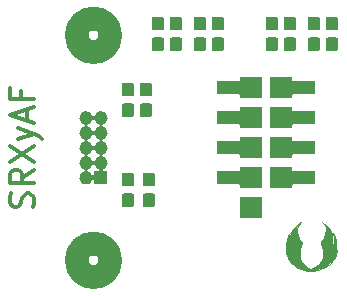
<source format=gbr>
G04 #@! TF.GenerationSoftware,KiCad,Pcbnew,(5.1.4)-1*
G04 #@! TF.CreationDate,2020-01-13T04:09:21-05:00*
G04 #@! TF.ProjectId,SRXBreakout,53525842-7265-4616-9b6f-75742e6b6963,rev?*
G04 #@! TF.SameCoordinates,Original*
G04 #@! TF.FileFunction,Soldermask,Top*
G04 #@! TF.FilePolarity,Negative*
%FSLAX46Y46*%
G04 Gerber Fmt 4.6, Leading zero omitted, Abs format (unit mm)*
G04 Created by KiCad (PCBNEW (5.1.4)-1) date 2020-01-13 04:09:21*
%MOMM*%
%LPD*%
G04 APERTURE LIST*
%ADD10C,2.000000*%
%ADD11C,0.300000*%
%ADD12C,0.010000*%
%ADD13C,0.100000*%
G04 APERTURE END LIST*
D10*
X156994903Y-123825000D02*
G75*
G03X156994903Y-123825000I-1419903J0D01*
G01*
X156994903Y-104775000D02*
G75*
G03X156994903Y-104775000I-1419903J0D01*
G01*
D11*
X150415523Y-119300000D02*
X150510761Y-119014285D01*
X150510761Y-118538095D01*
X150415523Y-118347619D01*
X150320285Y-118252380D01*
X150129809Y-118157142D01*
X149939333Y-118157142D01*
X149748857Y-118252380D01*
X149653619Y-118347619D01*
X149558380Y-118538095D01*
X149463142Y-118919047D01*
X149367904Y-119109523D01*
X149272666Y-119204761D01*
X149082190Y-119300000D01*
X148891714Y-119300000D01*
X148701238Y-119204761D01*
X148606000Y-119109523D01*
X148510761Y-118919047D01*
X148510761Y-118442857D01*
X148606000Y-118157142D01*
X150510761Y-116157142D02*
X149558380Y-116823809D01*
X150510761Y-117300000D02*
X148510761Y-117300000D01*
X148510761Y-116538095D01*
X148606000Y-116347619D01*
X148701238Y-116252380D01*
X148891714Y-116157142D01*
X149177428Y-116157142D01*
X149367904Y-116252380D01*
X149463142Y-116347619D01*
X149558380Y-116538095D01*
X149558380Y-117300000D01*
X148510761Y-115490476D02*
X150510761Y-114157142D01*
X148510761Y-114157142D02*
X150510761Y-115490476D01*
X149177428Y-113585714D02*
X150510761Y-113109523D01*
X149177428Y-112633333D02*
X150510761Y-113109523D01*
X150986952Y-113300000D01*
X151082190Y-113395238D01*
X151177428Y-113585714D01*
X149939333Y-111966666D02*
X149939333Y-111014285D01*
X150510761Y-112157142D02*
X148510761Y-111490476D01*
X150510761Y-110823809D01*
X149463142Y-109490476D02*
X149463142Y-110157142D01*
X150510761Y-110157142D02*
X148510761Y-110157142D01*
X148510761Y-109204761D01*
D12*
G36*
X175027167Y-120626175D02*
G01*
X175264694Y-120812234D01*
X175479016Y-121059581D01*
X175652353Y-121345011D01*
X175740480Y-121557124D01*
X175785452Y-121758604D01*
X175806737Y-122001728D01*
X175804147Y-122253005D01*
X175777493Y-122478946D01*
X175746381Y-122598614D01*
X175706360Y-122732972D01*
X175703157Y-122793159D01*
X175731469Y-122776689D01*
X175785994Y-122681079D01*
X175810251Y-122628545D01*
X175918344Y-122313881D01*
X175950796Y-122025023D01*
X175917994Y-121785363D01*
X175888676Y-121658525D01*
X175874802Y-121569443D01*
X175876695Y-121543194D01*
X175901643Y-121569288D01*
X175950420Y-121654156D01*
X176010807Y-121775970D01*
X176063786Y-121898296D01*
X176098747Y-122010763D01*
X176119901Y-122137633D01*
X176131456Y-122303172D01*
X176137104Y-122504002D01*
X176142695Y-122698359D01*
X176150802Y-122861497D01*
X176160280Y-122974807D01*
X176168768Y-123018404D01*
X176173045Y-123090225D01*
X176143784Y-123215048D01*
X176089066Y-123372145D01*
X176016972Y-123540786D01*
X175935581Y-123700241D01*
X175852973Y-123829782D01*
X175851989Y-123831095D01*
X175622649Y-124091323D01*
X175356618Y-124301951D01*
X175030471Y-124481494D01*
X175027167Y-124483037D01*
X174593810Y-124646618D01*
X174173865Y-124727195D01*
X173768107Y-124724640D01*
X173661941Y-124709825D01*
X173431112Y-124653087D01*
X173167275Y-124560192D01*
X172905934Y-124444733D01*
X172745583Y-124358993D01*
X172541154Y-124211530D01*
X172334613Y-124015756D01*
X172151733Y-123799148D01*
X172018290Y-123589180D01*
X172012451Y-123577462D01*
X171962947Y-123468581D01*
X171929137Y-123367053D01*
X171907456Y-123251593D01*
X171894338Y-123100916D01*
X171886217Y-122893736D01*
X171884070Y-122811180D01*
X171891209Y-122411659D01*
X171935118Y-122079242D01*
X172017705Y-121803881D01*
X172109315Y-121623667D01*
X172174973Y-121517833D01*
X172145441Y-121623667D01*
X172104327Y-121860646D01*
X172101780Y-122114420D01*
X172134710Y-122359658D01*
X172200029Y-122571027D01*
X172277091Y-122703167D01*
X172345912Y-122787833D01*
X172317493Y-122703167D01*
X172249085Y-122409723D01*
X172225604Y-122094092D01*
X172249632Y-121805670D01*
X172336933Y-121486207D01*
X172479751Y-121202363D01*
X172689792Y-120932995D01*
X172789786Y-120829916D01*
X172912852Y-120715273D01*
X173016274Y-120629540D01*
X173091491Y-120577173D01*
X173129944Y-120562626D01*
X173123073Y-120590353D01*
X173062318Y-120664808D01*
X173019205Y-120710537D01*
X172879639Y-120912705D01*
X172807638Y-121153254D01*
X172802369Y-121420665D01*
X172863002Y-121703416D01*
X172988703Y-121989986D01*
X173127002Y-122202925D01*
X173191789Y-122292648D01*
X173218983Y-122358105D01*
X173209035Y-122428897D01*
X173162396Y-122534627D01*
X173132969Y-122594551D01*
X173059344Y-122812496D01*
X173021746Y-123073130D01*
X173021133Y-123343849D01*
X173058462Y-123592046D01*
X173099982Y-123717783D01*
X173223096Y-123944549D01*
X173383113Y-124152988D01*
X173565093Y-124329694D01*
X173754099Y-124461261D01*
X173935192Y-124534283D01*
X174021380Y-124544667D01*
X174186585Y-124507815D01*
X174369808Y-124405828D01*
X174556104Y-124251556D01*
X174730526Y-124057848D01*
X174878129Y-123837556D01*
X174907642Y-123782667D01*
X174971592Y-123643717D01*
X175007959Y-123516973D01*
X175023964Y-123367849D01*
X175026960Y-123211167D01*
X175021247Y-123012732D01*
X174998985Y-122861222D01*
X174952779Y-122719391D01*
X174910092Y-122622605D01*
X174848337Y-122486374D01*
X174820482Y-122401534D01*
X174823566Y-122343255D01*
X174854627Y-122286707D01*
X174867793Y-122267999D01*
X175078179Y-121934092D01*
X175210721Y-121629157D01*
X175265742Y-121349631D01*
X175243563Y-121091951D01*
X175144506Y-120852552D01*
X175011750Y-120673612D01*
X174900167Y-120549057D01*
X175027167Y-120626175D01*
X175027167Y-120626175D01*
G37*
X175027167Y-120626175D02*
X175264694Y-120812234D01*
X175479016Y-121059581D01*
X175652353Y-121345011D01*
X175740480Y-121557124D01*
X175785452Y-121758604D01*
X175806737Y-122001728D01*
X175804147Y-122253005D01*
X175777493Y-122478946D01*
X175746381Y-122598614D01*
X175706360Y-122732972D01*
X175703157Y-122793159D01*
X175731469Y-122776689D01*
X175785994Y-122681079D01*
X175810251Y-122628545D01*
X175918344Y-122313881D01*
X175950796Y-122025023D01*
X175917994Y-121785363D01*
X175888676Y-121658525D01*
X175874802Y-121569443D01*
X175876695Y-121543194D01*
X175901643Y-121569288D01*
X175950420Y-121654156D01*
X176010807Y-121775970D01*
X176063786Y-121898296D01*
X176098747Y-122010763D01*
X176119901Y-122137633D01*
X176131456Y-122303172D01*
X176137104Y-122504002D01*
X176142695Y-122698359D01*
X176150802Y-122861497D01*
X176160280Y-122974807D01*
X176168768Y-123018404D01*
X176173045Y-123090225D01*
X176143784Y-123215048D01*
X176089066Y-123372145D01*
X176016972Y-123540786D01*
X175935581Y-123700241D01*
X175852973Y-123829782D01*
X175851989Y-123831095D01*
X175622649Y-124091323D01*
X175356618Y-124301951D01*
X175030471Y-124481494D01*
X175027167Y-124483037D01*
X174593810Y-124646618D01*
X174173865Y-124727195D01*
X173768107Y-124724640D01*
X173661941Y-124709825D01*
X173431112Y-124653087D01*
X173167275Y-124560192D01*
X172905934Y-124444733D01*
X172745583Y-124358993D01*
X172541154Y-124211530D01*
X172334613Y-124015756D01*
X172151733Y-123799148D01*
X172018290Y-123589180D01*
X172012451Y-123577462D01*
X171962947Y-123468581D01*
X171929137Y-123367053D01*
X171907456Y-123251593D01*
X171894338Y-123100916D01*
X171886217Y-122893736D01*
X171884070Y-122811180D01*
X171891209Y-122411659D01*
X171935118Y-122079242D01*
X172017705Y-121803881D01*
X172109315Y-121623667D01*
X172174973Y-121517833D01*
X172145441Y-121623667D01*
X172104327Y-121860646D01*
X172101780Y-122114420D01*
X172134710Y-122359658D01*
X172200029Y-122571027D01*
X172277091Y-122703167D01*
X172345912Y-122787833D01*
X172317493Y-122703167D01*
X172249085Y-122409723D01*
X172225604Y-122094092D01*
X172249632Y-121805670D01*
X172336933Y-121486207D01*
X172479751Y-121202363D01*
X172689792Y-120932995D01*
X172789786Y-120829916D01*
X172912852Y-120715273D01*
X173016274Y-120629540D01*
X173091491Y-120577173D01*
X173129944Y-120562626D01*
X173123073Y-120590353D01*
X173062318Y-120664808D01*
X173019205Y-120710537D01*
X172879639Y-120912705D01*
X172807638Y-121153254D01*
X172802369Y-121420665D01*
X172863002Y-121703416D01*
X172988703Y-121989986D01*
X173127002Y-122202925D01*
X173191789Y-122292648D01*
X173218983Y-122358105D01*
X173209035Y-122428897D01*
X173162396Y-122534627D01*
X173132969Y-122594551D01*
X173059344Y-122812496D01*
X173021746Y-123073130D01*
X173021133Y-123343849D01*
X173058462Y-123592046D01*
X173099982Y-123717783D01*
X173223096Y-123944549D01*
X173383113Y-124152988D01*
X173565093Y-124329694D01*
X173754099Y-124461261D01*
X173935192Y-124534283D01*
X174021380Y-124544667D01*
X174186585Y-124507815D01*
X174369808Y-124405828D01*
X174556104Y-124251556D01*
X174730526Y-124057848D01*
X174878129Y-123837556D01*
X174907642Y-123782667D01*
X174971592Y-123643717D01*
X175007959Y-123516973D01*
X175023964Y-123367849D01*
X175026960Y-123211167D01*
X175021247Y-123012732D01*
X174998985Y-122861222D01*
X174952779Y-122719391D01*
X174910092Y-122622605D01*
X174848337Y-122486374D01*
X174820482Y-122401534D01*
X174823566Y-122343255D01*
X174854627Y-122286707D01*
X174867793Y-122267999D01*
X175078179Y-121934092D01*
X175210721Y-121629157D01*
X175265742Y-121349631D01*
X175243563Y-121091951D01*
X175144506Y-120852552D01*
X175011750Y-120673612D01*
X174900167Y-120549057D01*
X175027167Y-120626175D01*
D13*
G36*
X169811000Y-120281000D02*
G01*
X168009000Y-120281000D01*
X168009000Y-118479000D01*
X169811000Y-118479000D01*
X169811000Y-120281000D01*
X169811000Y-120281000D01*
G37*
G36*
X160638499Y-118159445D02*
G01*
X160675995Y-118170820D01*
X160710554Y-118189292D01*
X160740847Y-118214153D01*
X160765708Y-118244446D01*
X160784180Y-118279005D01*
X160795555Y-118316501D01*
X160800000Y-118361638D01*
X160800000Y-119100362D01*
X160795555Y-119145499D01*
X160784180Y-119182995D01*
X160765708Y-119217554D01*
X160740847Y-119247847D01*
X160710554Y-119272708D01*
X160675995Y-119291180D01*
X160638499Y-119302555D01*
X160593362Y-119307000D01*
X159954638Y-119307000D01*
X159909501Y-119302555D01*
X159872005Y-119291180D01*
X159837446Y-119272708D01*
X159807153Y-119247847D01*
X159782292Y-119217554D01*
X159763820Y-119182995D01*
X159752445Y-119145499D01*
X159748000Y-119100362D01*
X159748000Y-118361638D01*
X159752445Y-118316501D01*
X159763820Y-118279005D01*
X159782292Y-118244446D01*
X159807153Y-118214153D01*
X159837446Y-118189292D01*
X159872005Y-118170820D01*
X159909501Y-118159445D01*
X159954638Y-118155000D01*
X160593362Y-118155000D01*
X160638499Y-118159445D01*
X160638499Y-118159445D01*
G37*
G36*
X158860499Y-118159445D02*
G01*
X158897995Y-118170820D01*
X158932554Y-118189292D01*
X158962847Y-118214153D01*
X158987708Y-118244446D01*
X159006180Y-118279005D01*
X159017555Y-118316501D01*
X159022000Y-118361638D01*
X159022000Y-119100362D01*
X159017555Y-119145499D01*
X159006180Y-119182995D01*
X158987708Y-119217554D01*
X158962847Y-119247847D01*
X158932554Y-119272708D01*
X158897995Y-119291180D01*
X158860499Y-119302555D01*
X158815362Y-119307000D01*
X158176638Y-119307000D01*
X158131501Y-119302555D01*
X158094005Y-119291180D01*
X158059446Y-119272708D01*
X158029153Y-119247847D01*
X158004292Y-119217554D01*
X157985820Y-119182995D01*
X157974445Y-119145499D01*
X157970000Y-119100362D01*
X157970000Y-118361638D01*
X157974445Y-118316501D01*
X157985820Y-118279005D01*
X158004292Y-118244446D01*
X158029153Y-118214153D01*
X158059446Y-118189292D01*
X158094005Y-118170820D01*
X158131501Y-118159445D01*
X158176638Y-118155000D01*
X158815362Y-118155000D01*
X158860499Y-118159445D01*
X158860499Y-118159445D01*
G37*
G36*
X172351000Y-116164001D02*
G01*
X172353402Y-116188387D01*
X172360515Y-116211836D01*
X172372066Y-116233447D01*
X172387611Y-116252389D01*
X172406553Y-116267934D01*
X172428164Y-116279485D01*
X172451613Y-116286598D01*
X172475999Y-116289000D01*
X174331000Y-116289000D01*
X174331000Y-117391000D01*
X172475999Y-117391000D01*
X172451613Y-117393402D01*
X172428164Y-117400515D01*
X172406553Y-117412066D01*
X172387611Y-117427611D01*
X172372066Y-117446553D01*
X172360515Y-117468164D01*
X172353402Y-117491613D01*
X172351000Y-117515999D01*
X172351000Y-117741000D01*
X170549000Y-117741000D01*
X170549000Y-115939000D01*
X172351000Y-115939000D01*
X172351000Y-116164001D01*
X172351000Y-116164001D01*
G37*
G36*
X169811000Y-117741000D02*
G01*
X168009000Y-117741000D01*
X168009000Y-117515999D01*
X168006598Y-117491613D01*
X167999485Y-117468164D01*
X167987934Y-117446553D01*
X167972389Y-117427611D01*
X167953447Y-117412066D01*
X167931836Y-117400515D01*
X167908387Y-117393402D01*
X167884001Y-117391000D01*
X166029000Y-117391000D01*
X166029000Y-116289000D01*
X167884001Y-116289000D01*
X167908387Y-116286598D01*
X167931836Y-116279485D01*
X167953447Y-116267934D01*
X167972389Y-116252389D01*
X167987934Y-116233447D01*
X167999485Y-116211836D01*
X168006598Y-116188387D01*
X168009000Y-116164001D01*
X168009000Y-115939000D01*
X169811000Y-115939000D01*
X169811000Y-117741000D01*
X169811000Y-117741000D01*
G37*
G36*
X160638499Y-116409445D02*
G01*
X160675995Y-116420820D01*
X160710554Y-116439292D01*
X160740847Y-116464153D01*
X160765708Y-116494446D01*
X160784180Y-116529005D01*
X160795555Y-116566501D01*
X160800000Y-116611638D01*
X160800000Y-117350362D01*
X160795555Y-117395499D01*
X160784180Y-117432995D01*
X160765708Y-117467554D01*
X160740847Y-117497847D01*
X160710554Y-117522708D01*
X160675995Y-117541180D01*
X160638499Y-117552555D01*
X160593362Y-117557000D01*
X159954638Y-117557000D01*
X159909501Y-117552555D01*
X159872005Y-117541180D01*
X159837446Y-117522708D01*
X159807153Y-117497847D01*
X159782292Y-117467554D01*
X159763820Y-117432995D01*
X159752445Y-117395499D01*
X159748000Y-117350362D01*
X159748000Y-116611638D01*
X159752445Y-116566501D01*
X159763820Y-116529005D01*
X159782292Y-116494446D01*
X159807153Y-116464153D01*
X159837446Y-116439292D01*
X159872005Y-116420820D01*
X159909501Y-116409445D01*
X159954638Y-116405000D01*
X160593362Y-116405000D01*
X160638499Y-116409445D01*
X160638499Y-116409445D01*
G37*
G36*
X158860499Y-116409445D02*
G01*
X158897995Y-116420820D01*
X158932554Y-116439292D01*
X158962847Y-116464153D01*
X158987708Y-116494446D01*
X159006180Y-116529005D01*
X159017555Y-116566501D01*
X159022000Y-116611638D01*
X159022000Y-117350362D01*
X159017555Y-117395499D01*
X159006180Y-117432995D01*
X158987708Y-117467554D01*
X158962847Y-117497847D01*
X158932554Y-117522708D01*
X158897995Y-117541180D01*
X158860499Y-117552555D01*
X158815362Y-117557000D01*
X158176638Y-117557000D01*
X158131501Y-117552555D01*
X158094005Y-117541180D01*
X158059446Y-117522708D01*
X158029153Y-117497847D01*
X158004292Y-117467554D01*
X157985820Y-117432995D01*
X157974445Y-117395499D01*
X157970000Y-117350362D01*
X157970000Y-116611638D01*
X157974445Y-116566501D01*
X157985820Y-116529005D01*
X158004292Y-116494446D01*
X158029153Y-116464153D01*
X158059446Y-116439292D01*
X158094005Y-116420820D01*
X158131501Y-116409445D01*
X158176638Y-116405000D01*
X158815362Y-116405000D01*
X158860499Y-116409445D01*
X158860499Y-116409445D01*
G37*
G36*
X155048015Y-111216973D02*
G01*
X155151879Y-111248479D01*
X155179055Y-111263005D01*
X155247600Y-111299643D01*
X155331501Y-111368499D01*
X155400357Y-111452400D01*
X155436995Y-111520945D01*
X155451521Y-111548121D01*
X155455388Y-111560869D01*
X155464760Y-111583496D01*
X155478374Y-111603870D01*
X155495701Y-111621197D01*
X155516075Y-111634811D01*
X155538714Y-111644188D01*
X155562747Y-111648969D01*
X155587251Y-111648969D01*
X155611285Y-111644189D01*
X155633924Y-111634812D01*
X155654298Y-111621198D01*
X155671625Y-111603871D01*
X155685239Y-111583497D01*
X155694612Y-111560869D01*
X155698479Y-111548121D01*
X155713005Y-111520945D01*
X155749643Y-111452400D01*
X155818499Y-111368499D01*
X155902400Y-111299643D01*
X155970945Y-111263005D01*
X155998121Y-111248479D01*
X156101985Y-111216973D01*
X156182933Y-111209000D01*
X156237067Y-111209000D01*
X156318015Y-111216973D01*
X156421879Y-111248479D01*
X156449055Y-111263005D01*
X156517600Y-111299643D01*
X156601501Y-111368499D01*
X156670357Y-111452400D01*
X156706995Y-111520945D01*
X156721521Y-111548121D01*
X156753027Y-111651985D01*
X156763666Y-111760000D01*
X156753027Y-111868015D01*
X156721521Y-111971879D01*
X156721519Y-111971882D01*
X156670357Y-112067600D01*
X156601501Y-112151501D01*
X156517600Y-112220357D01*
X156449055Y-112256995D01*
X156421879Y-112271521D01*
X156409131Y-112275388D01*
X156386504Y-112284760D01*
X156366130Y-112298374D01*
X156348803Y-112315701D01*
X156335189Y-112336075D01*
X156325812Y-112358714D01*
X156321031Y-112382747D01*
X156321031Y-112407251D01*
X156325811Y-112431285D01*
X156335188Y-112453924D01*
X156348802Y-112474298D01*
X156366129Y-112491625D01*
X156386503Y-112505239D01*
X156409131Y-112514612D01*
X156421879Y-112518479D01*
X156449055Y-112533005D01*
X156517600Y-112569643D01*
X156601501Y-112638499D01*
X156670357Y-112722400D01*
X156706995Y-112790945D01*
X156721521Y-112818121D01*
X156753027Y-112921985D01*
X156763666Y-113030000D01*
X156753027Y-113138015D01*
X156721521Y-113241879D01*
X156721519Y-113241882D01*
X156670357Y-113337600D01*
X156601501Y-113421501D01*
X156517600Y-113490357D01*
X156449055Y-113526995D01*
X156421879Y-113541521D01*
X156409131Y-113545388D01*
X156386504Y-113554760D01*
X156366130Y-113568374D01*
X156348803Y-113585701D01*
X156335189Y-113606075D01*
X156325812Y-113628714D01*
X156321031Y-113652747D01*
X156321031Y-113677251D01*
X156325811Y-113701285D01*
X156335188Y-113723924D01*
X156348802Y-113744298D01*
X156366129Y-113761625D01*
X156386503Y-113775239D01*
X156409131Y-113784612D01*
X156421879Y-113788479D01*
X156449055Y-113803005D01*
X156517600Y-113839643D01*
X156601501Y-113908499D01*
X156670357Y-113992400D01*
X156706995Y-114060945D01*
X156721521Y-114088121D01*
X156753027Y-114191985D01*
X156763666Y-114300000D01*
X156753027Y-114408015D01*
X156721521Y-114511879D01*
X156721519Y-114511882D01*
X156670357Y-114607600D01*
X156601501Y-114691501D01*
X156517600Y-114760357D01*
X156449055Y-114796995D01*
X156421879Y-114811521D01*
X156409131Y-114815388D01*
X156386504Y-114824760D01*
X156366130Y-114838374D01*
X156348803Y-114855701D01*
X156335189Y-114876075D01*
X156325812Y-114898714D01*
X156321031Y-114922747D01*
X156321031Y-114947251D01*
X156325811Y-114971285D01*
X156335188Y-114993924D01*
X156348802Y-115014298D01*
X156366129Y-115031625D01*
X156386503Y-115045239D01*
X156409131Y-115054612D01*
X156421879Y-115058479D01*
X156449055Y-115073005D01*
X156517600Y-115109643D01*
X156601501Y-115178499D01*
X156670357Y-115262400D01*
X156706995Y-115330945D01*
X156721521Y-115358121D01*
X156753027Y-115461985D01*
X156763666Y-115570000D01*
X156753027Y-115678015D01*
X156721521Y-115781879D01*
X156721519Y-115781882D01*
X156670357Y-115877600D01*
X156619967Y-115939000D01*
X156601501Y-115961501D01*
X156517600Y-116030356D01*
X156473807Y-116053764D01*
X156453437Y-116067375D01*
X156436110Y-116084702D01*
X156422496Y-116105076D01*
X156413119Y-116127715D01*
X156408338Y-116151748D01*
X156408338Y-116176252D01*
X156413118Y-116200286D01*
X156422495Y-116222924D01*
X156436109Y-116243299D01*
X156453436Y-116260626D01*
X156473810Y-116274240D01*
X156496449Y-116283617D01*
X156520482Y-116288398D01*
X156532735Y-116289000D01*
X156761000Y-116289000D01*
X156761000Y-117391000D01*
X155659000Y-117391000D01*
X155659000Y-117162735D01*
X155656598Y-117138349D01*
X155649485Y-117114900D01*
X155637934Y-117093289D01*
X155622389Y-117074347D01*
X155603447Y-117058802D01*
X155581836Y-117047251D01*
X155558387Y-117040138D01*
X155534001Y-117037736D01*
X155509615Y-117040138D01*
X155486166Y-117047251D01*
X155464555Y-117058802D01*
X155445613Y-117074347D01*
X155430068Y-117093289D01*
X155423767Y-117103802D01*
X155400356Y-117147600D01*
X155400355Y-117147601D01*
X155331501Y-117231501D01*
X155247600Y-117300357D01*
X155179055Y-117336995D01*
X155151879Y-117351521D01*
X155048015Y-117383027D01*
X154967067Y-117391000D01*
X154912933Y-117391000D01*
X154831985Y-117383027D01*
X154728121Y-117351521D01*
X154700945Y-117336995D01*
X154632400Y-117300357D01*
X154548499Y-117231501D01*
X154479643Y-117147600D01*
X154440489Y-117074347D01*
X154428479Y-117051879D01*
X154396973Y-116948015D01*
X154386334Y-116840000D01*
X154396973Y-116731985D01*
X154428479Y-116628121D01*
X154468338Y-116553551D01*
X154479643Y-116532400D01*
X154548499Y-116448499D01*
X154632400Y-116379643D01*
X154700945Y-116343005D01*
X154728121Y-116328479D01*
X154740869Y-116324612D01*
X154763496Y-116315240D01*
X154783870Y-116301626D01*
X154801197Y-116284299D01*
X154814811Y-116263925D01*
X154824188Y-116241286D01*
X154828969Y-116217253D01*
X154828969Y-116192749D01*
X154828969Y-116192747D01*
X155051031Y-116192747D01*
X155051031Y-116217251D01*
X155055811Y-116241285D01*
X155065188Y-116263924D01*
X155078802Y-116284298D01*
X155096129Y-116301625D01*
X155116503Y-116315239D01*
X155139131Y-116324612D01*
X155151879Y-116328479D01*
X155179055Y-116343005D01*
X155247600Y-116379643D01*
X155320282Y-116439292D01*
X155331501Y-116448499D01*
X155400356Y-116532400D01*
X155423764Y-116576193D01*
X155437375Y-116596563D01*
X155454702Y-116613890D01*
X155475076Y-116627504D01*
X155497715Y-116636881D01*
X155521748Y-116641662D01*
X155546252Y-116641662D01*
X155570286Y-116636882D01*
X155592924Y-116627505D01*
X155613299Y-116613891D01*
X155630626Y-116596564D01*
X155644240Y-116576190D01*
X155653617Y-116553551D01*
X155658398Y-116529518D01*
X155659000Y-116517265D01*
X155659000Y-116289000D01*
X155887265Y-116289000D01*
X155911651Y-116286598D01*
X155935100Y-116279485D01*
X155956711Y-116267934D01*
X155975653Y-116252389D01*
X155991198Y-116233447D01*
X156002749Y-116211836D01*
X156009862Y-116188387D01*
X156012264Y-116164001D01*
X156009862Y-116139615D01*
X156002749Y-116116166D01*
X155991198Y-116094555D01*
X155975653Y-116075613D01*
X155956711Y-116060068D01*
X155946198Y-116053767D01*
X155902400Y-116030356D01*
X155818499Y-115961501D01*
X155800033Y-115939000D01*
X155749643Y-115877600D01*
X155698481Y-115781882D01*
X155698479Y-115781879D01*
X155694612Y-115769131D01*
X155685240Y-115746504D01*
X155671626Y-115726130D01*
X155654299Y-115708803D01*
X155633925Y-115695189D01*
X155611286Y-115685812D01*
X155587253Y-115681031D01*
X155562749Y-115681031D01*
X155538715Y-115685811D01*
X155516076Y-115695188D01*
X155495702Y-115708802D01*
X155478375Y-115726129D01*
X155464761Y-115746503D01*
X155455388Y-115769131D01*
X155451521Y-115781879D01*
X155451519Y-115781882D01*
X155400357Y-115877600D01*
X155331501Y-115961501D01*
X155247600Y-116030357D01*
X155192014Y-116060068D01*
X155151879Y-116081521D01*
X155139131Y-116085388D01*
X155116504Y-116094760D01*
X155096130Y-116108374D01*
X155078803Y-116125701D01*
X155065189Y-116146075D01*
X155055812Y-116168714D01*
X155051031Y-116192747D01*
X154828969Y-116192747D01*
X154824189Y-116168715D01*
X154814812Y-116146076D01*
X154801198Y-116125702D01*
X154783871Y-116108375D01*
X154763497Y-116094761D01*
X154740869Y-116085388D01*
X154728121Y-116081521D01*
X154687986Y-116060068D01*
X154632400Y-116030357D01*
X154548499Y-115961501D01*
X154479643Y-115877600D01*
X154428481Y-115781882D01*
X154428479Y-115781879D01*
X154396973Y-115678015D01*
X154386334Y-115570000D01*
X154396973Y-115461985D01*
X154428479Y-115358121D01*
X154443005Y-115330945D01*
X154479643Y-115262400D01*
X154548499Y-115178499D01*
X154632400Y-115109643D01*
X154700945Y-115073005D01*
X154728121Y-115058479D01*
X154740869Y-115054612D01*
X154763496Y-115045240D01*
X154783870Y-115031626D01*
X154801197Y-115014299D01*
X154814811Y-114993925D01*
X154824188Y-114971286D01*
X154828969Y-114947253D01*
X154828969Y-114922749D01*
X154828969Y-114922747D01*
X155051031Y-114922747D01*
X155051031Y-114947251D01*
X155055811Y-114971285D01*
X155065188Y-114993924D01*
X155078802Y-115014298D01*
X155096129Y-115031625D01*
X155116503Y-115045239D01*
X155139131Y-115054612D01*
X155151879Y-115058479D01*
X155179055Y-115073005D01*
X155247600Y-115109643D01*
X155331501Y-115178499D01*
X155400357Y-115262400D01*
X155436995Y-115330945D01*
X155451521Y-115358121D01*
X155455388Y-115370869D01*
X155464760Y-115393496D01*
X155478374Y-115413870D01*
X155495701Y-115431197D01*
X155516075Y-115444811D01*
X155538714Y-115454188D01*
X155562747Y-115458969D01*
X155587251Y-115458969D01*
X155611285Y-115454189D01*
X155633924Y-115444812D01*
X155654298Y-115431198D01*
X155671625Y-115413871D01*
X155685239Y-115393497D01*
X155694612Y-115370869D01*
X155698479Y-115358121D01*
X155713005Y-115330945D01*
X155749643Y-115262400D01*
X155818499Y-115178499D01*
X155902400Y-115109643D01*
X155970945Y-115073005D01*
X155998121Y-115058479D01*
X156010869Y-115054612D01*
X156033496Y-115045240D01*
X156053870Y-115031626D01*
X156071197Y-115014299D01*
X156084811Y-114993925D01*
X156094188Y-114971286D01*
X156098969Y-114947253D01*
X156098969Y-114922749D01*
X156094189Y-114898715D01*
X156084812Y-114876076D01*
X156071198Y-114855702D01*
X156053871Y-114838375D01*
X156033497Y-114824761D01*
X156010869Y-114815388D01*
X155998121Y-114811521D01*
X155970945Y-114796995D01*
X155902400Y-114760357D01*
X155818499Y-114691501D01*
X155749643Y-114607600D01*
X155698481Y-114511882D01*
X155698479Y-114511879D01*
X155694612Y-114499131D01*
X155685240Y-114476504D01*
X155671626Y-114456130D01*
X155654299Y-114438803D01*
X155633925Y-114425189D01*
X155611286Y-114415812D01*
X155587253Y-114411031D01*
X155562749Y-114411031D01*
X155538715Y-114415811D01*
X155516076Y-114425188D01*
X155495702Y-114438802D01*
X155478375Y-114456129D01*
X155464761Y-114476503D01*
X155455388Y-114499131D01*
X155451521Y-114511879D01*
X155451519Y-114511882D01*
X155400357Y-114607600D01*
X155331501Y-114691501D01*
X155247600Y-114760357D01*
X155179055Y-114796995D01*
X155151879Y-114811521D01*
X155139131Y-114815388D01*
X155116504Y-114824760D01*
X155096130Y-114838374D01*
X155078803Y-114855701D01*
X155065189Y-114876075D01*
X155055812Y-114898714D01*
X155051031Y-114922747D01*
X154828969Y-114922747D01*
X154824189Y-114898715D01*
X154814812Y-114876076D01*
X154801198Y-114855702D01*
X154783871Y-114838375D01*
X154763497Y-114824761D01*
X154740869Y-114815388D01*
X154728121Y-114811521D01*
X154700945Y-114796995D01*
X154632400Y-114760357D01*
X154548499Y-114691501D01*
X154479643Y-114607600D01*
X154428481Y-114511882D01*
X154428479Y-114511879D01*
X154396973Y-114408015D01*
X154386334Y-114300000D01*
X154396973Y-114191985D01*
X154428479Y-114088121D01*
X154443005Y-114060945D01*
X154479643Y-113992400D01*
X154548499Y-113908499D01*
X154632400Y-113839643D01*
X154700945Y-113803005D01*
X154728121Y-113788479D01*
X154740869Y-113784612D01*
X154763496Y-113775240D01*
X154783870Y-113761626D01*
X154801197Y-113744299D01*
X154814811Y-113723925D01*
X154824188Y-113701286D01*
X154828969Y-113677253D01*
X154828969Y-113652749D01*
X154828969Y-113652747D01*
X155051031Y-113652747D01*
X155051031Y-113677251D01*
X155055811Y-113701285D01*
X155065188Y-113723924D01*
X155078802Y-113744298D01*
X155096129Y-113761625D01*
X155116503Y-113775239D01*
X155139131Y-113784612D01*
X155151879Y-113788479D01*
X155179055Y-113803005D01*
X155247600Y-113839643D01*
X155331501Y-113908499D01*
X155400357Y-113992400D01*
X155436995Y-114060945D01*
X155451521Y-114088121D01*
X155455388Y-114100869D01*
X155464760Y-114123496D01*
X155478374Y-114143870D01*
X155495701Y-114161197D01*
X155516075Y-114174811D01*
X155538714Y-114184188D01*
X155562747Y-114188969D01*
X155587251Y-114188969D01*
X155611285Y-114184189D01*
X155633924Y-114174812D01*
X155654298Y-114161198D01*
X155671625Y-114143871D01*
X155685239Y-114123497D01*
X155694612Y-114100869D01*
X155698479Y-114088121D01*
X155713005Y-114060945D01*
X155749643Y-113992400D01*
X155818499Y-113908499D01*
X155902400Y-113839643D01*
X155970945Y-113803005D01*
X155998121Y-113788479D01*
X156010869Y-113784612D01*
X156033496Y-113775240D01*
X156053870Y-113761626D01*
X156071197Y-113744299D01*
X156084811Y-113723925D01*
X156094188Y-113701286D01*
X156098969Y-113677253D01*
X156098969Y-113652749D01*
X156094189Y-113628715D01*
X156084812Y-113606076D01*
X156071198Y-113585702D01*
X156053871Y-113568375D01*
X156033497Y-113554761D01*
X156010869Y-113545388D01*
X155998121Y-113541521D01*
X155970945Y-113526995D01*
X155902400Y-113490357D01*
X155818499Y-113421501D01*
X155749643Y-113337600D01*
X155698481Y-113241882D01*
X155698479Y-113241879D01*
X155694612Y-113229131D01*
X155685240Y-113206504D01*
X155671626Y-113186130D01*
X155654299Y-113168803D01*
X155633925Y-113155189D01*
X155611286Y-113145812D01*
X155587253Y-113141031D01*
X155562749Y-113141031D01*
X155538715Y-113145811D01*
X155516076Y-113155188D01*
X155495702Y-113168802D01*
X155478375Y-113186129D01*
X155464761Y-113206503D01*
X155455388Y-113229131D01*
X155451521Y-113241879D01*
X155451519Y-113241882D01*
X155400357Y-113337600D01*
X155331501Y-113421501D01*
X155247600Y-113490357D01*
X155179055Y-113526995D01*
X155151879Y-113541521D01*
X155139131Y-113545388D01*
X155116504Y-113554760D01*
X155096130Y-113568374D01*
X155078803Y-113585701D01*
X155065189Y-113606075D01*
X155055812Y-113628714D01*
X155051031Y-113652747D01*
X154828969Y-113652747D01*
X154824189Y-113628715D01*
X154814812Y-113606076D01*
X154801198Y-113585702D01*
X154783871Y-113568375D01*
X154763497Y-113554761D01*
X154740869Y-113545388D01*
X154728121Y-113541521D01*
X154700945Y-113526995D01*
X154632400Y-113490357D01*
X154548499Y-113421501D01*
X154479643Y-113337600D01*
X154428481Y-113241882D01*
X154428479Y-113241879D01*
X154396973Y-113138015D01*
X154386334Y-113030000D01*
X154396973Y-112921985D01*
X154428479Y-112818121D01*
X154443005Y-112790945D01*
X154479643Y-112722400D01*
X154548499Y-112638499D01*
X154632400Y-112569643D01*
X154700945Y-112533005D01*
X154728121Y-112518479D01*
X154740869Y-112514612D01*
X154763496Y-112505240D01*
X154783870Y-112491626D01*
X154801197Y-112474299D01*
X154814811Y-112453925D01*
X154824188Y-112431286D01*
X154828969Y-112407253D01*
X154828969Y-112382749D01*
X154828969Y-112382747D01*
X155051031Y-112382747D01*
X155051031Y-112407251D01*
X155055811Y-112431285D01*
X155065188Y-112453924D01*
X155078802Y-112474298D01*
X155096129Y-112491625D01*
X155116503Y-112505239D01*
X155139131Y-112514612D01*
X155151879Y-112518479D01*
X155179055Y-112533005D01*
X155247600Y-112569643D01*
X155331501Y-112638499D01*
X155400357Y-112722400D01*
X155436995Y-112790945D01*
X155451521Y-112818121D01*
X155455388Y-112830869D01*
X155464760Y-112853496D01*
X155478374Y-112873870D01*
X155495701Y-112891197D01*
X155516075Y-112904811D01*
X155538714Y-112914188D01*
X155562747Y-112918969D01*
X155587251Y-112918969D01*
X155611285Y-112914189D01*
X155633924Y-112904812D01*
X155654298Y-112891198D01*
X155671625Y-112873871D01*
X155685239Y-112853497D01*
X155694612Y-112830869D01*
X155698479Y-112818121D01*
X155713005Y-112790945D01*
X155749643Y-112722400D01*
X155818499Y-112638499D01*
X155902400Y-112569643D01*
X155970945Y-112533005D01*
X155998121Y-112518479D01*
X156010869Y-112514612D01*
X156033496Y-112505240D01*
X156053870Y-112491626D01*
X156071197Y-112474299D01*
X156084811Y-112453925D01*
X156094188Y-112431286D01*
X156098969Y-112407253D01*
X156098969Y-112382749D01*
X156094189Y-112358715D01*
X156084812Y-112336076D01*
X156071198Y-112315702D01*
X156053871Y-112298375D01*
X156033497Y-112284761D01*
X156010869Y-112275388D01*
X155998121Y-112271521D01*
X155970945Y-112256995D01*
X155902400Y-112220357D01*
X155818499Y-112151501D01*
X155749643Y-112067600D01*
X155698481Y-111971882D01*
X155698479Y-111971879D01*
X155694612Y-111959131D01*
X155685240Y-111936504D01*
X155671626Y-111916130D01*
X155654299Y-111898803D01*
X155633925Y-111885189D01*
X155611286Y-111875812D01*
X155587253Y-111871031D01*
X155562749Y-111871031D01*
X155538715Y-111875811D01*
X155516076Y-111885188D01*
X155495702Y-111898802D01*
X155478375Y-111916129D01*
X155464761Y-111936503D01*
X155455388Y-111959131D01*
X155451521Y-111971879D01*
X155451519Y-111971882D01*
X155400357Y-112067600D01*
X155331501Y-112151501D01*
X155247600Y-112220357D01*
X155179055Y-112256995D01*
X155151879Y-112271521D01*
X155139131Y-112275388D01*
X155116504Y-112284760D01*
X155096130Y-112298374D01*
X155078803Y-112315701D01*
X155065189Y-112336075D01*
X155055812Y-112358714D01*
X155051031Y-112382747D01*
X154828969Y-112382747D01*
X154824189Y-112358715D01*
X154814812Y-112336076D01*
X154801198Y-112315702D01*
X154783871Y-112298375D01*
X154763497Y-112284761D01*
X154740869Y-112275388D01*
X154728121Y-112271521D01*
X154700945Y-112256995D01*
X154632400Y-112220357D01*
X154548499Y-112151501D01*
X154479643Y-112067600D01*
X154428481Y-111971882D01*
X154428479Y-111971879D01*
X154396973Y-111868015D01*
X154386334Y-111760000D01*
X154396973Y-111651985D01*
X154428479Y-111548121D01*
X154443005Y-111520945D01*
X154479643Y-111452400D01*
X154548499Y-111368499D01*
X154632400Y-111299643D01*
X154700945Y-111263005D01*
X154728121Y-111248479D01*
X154831985Y-111216973D01*
X154912933Y-111209000D01*
X154967067Y-111209000D01*
X155048015Y-111216973D01*
X155048015Y-111216973D01*
G37*
G36*
X172351000Y-113624001D02*
G01*
X172353402Y-113648387D01*
X172360515Y-113671836D01*
X172372066Y-113693447D01*
X172387611Y-113712389D01*
X172406553Y-113727934D01*
X172428164Y-113739485D01*
X172451613Y-113746598D01*
X172475999Y-113749000D01*
X174331000Y-113749000D01*
X174331000Y-114851000D01*
X172475999Y-114851000D01*
X172451613Y-114853402D01*
X172428164Y-114860515D01*
X172406553Y-114872066D01*
X172387611Y-114887611D01*
X172372066Y-114906553D01*
X172360515Y-114928164D01*
X172353402Y-114951613D01*
X172351000Y-114975999D01*
X172351000Y-115201000D01*
X170549000Y-115201000D01*
X170549000Y-113399000D01*
X172351000Y-113399000D01*
X172351000Y-113624001D01*
X172351000Y-113624001D01*
G37*
G36*
X169811000Y-115201000D02*
G01*
X168009000Y-115201000D01*
X168009000Y-114975999D01*
X168006598Y-114951613D01*
X167999485Y-114928164D01*
X167987934Y-114906553D01*
X167972389Y-114887611D01*
X167953447Y-114872066D01*
X167931836Y-114860515D01*
X167908387Y-114853402D01*
X167884001Y-114851000D01*
X166029000Y-114851000D01*
X166029000Y-113749000D01*
X167884001Y-113749000D01*
X167908387Y-113746598D01*
X167931836Y-113739485D01*
X167953447Y-113727934D01*
X167972389Y-113712389D01*
X167987934Y-113693447D01*
X167999485Y-113671836D01*
X168006598Y-113648387D01*
X168009000Y-113624001D01*
X168009000Y-113399000D01*
X169811000Y-113399000D01*
X169811000Y-115201000D01*
X169811000Y-115201000D01*
G37*
G36*
X169811000Y-112661000D02*
G01*
X168009000Y-112661000D01*
X168009000Y-112435999D01*
X168006598Y-112411613D01*
X167999485Y-112388164D01*
X167987934Y-112366553D01*
X167972389Y-112347611D01*
X167953447Y-112332066D01*
X167931836Y-112320515D01*
X167908387Y-112313402D01*
X167884001Y-112311000D01*
X166029000Y-112311000D01*
X166029000Y-111209000D01*
X167884001Y-111209000D01*
X167908387Y-111206598D01*
X167931836Y-111199485D01*
X167953447Y-111187934D01*
X167972389Y-111172389D01*
X167987934Y-111153447D01*
X167999485Y-111131836D01*
X168006598Y-111108387D01*
X168009000Y-111084001D01*
X168009000Y-110859000D01*
X169811000Y-110859000D01*
X169811000Y-112661000D01*
X169811000Y-112661000D01*
G37*
G36*
X172351000Y-111084001D02*
G01*
X172353402Y-111108387D01*
X172360515Y-111131836D01*
X172372066Y-111153447D01*
X172387611Y-111172389D01*
X172406553Y-111187934D01*
X172428164Y-111199485D01*
X172451613Y-111206598D01*
X172475999Y-111209000D01*
X174331000Y-111209000D01*
X174331000Y-112311000D01*
X172475999Y-112311000D01*
X172451613Y-112313402D01*
X172428164Y-112320515D01*
X172406553Y-112332066D01*
X172387611Y-112347611D01*
X172372066Y-112366553D01*
X172360515Y-112388164D01*
X172353402Y-112411613D01*
X172351000Y-112435999D01*
X172351000Y-112661000D01*
X170549000Y-112661000D01*
X170549000Y-110859000D01*
X172351000Y-110859000D01*
X172351000Y-111084001D01*
X172351000Y-111084001D01*
G37*
G36*
X158860499Y-110539445D02*
G01*
X158897995Y-110550820D01*
X158932554Y-110569292D01*
X158962847Y-110594153D01*
X158987708Y-110624446D01*
X159006180Y-110659005D01*
X159017555Y-110696501D01*
X159022000Y-110741638D01*
X159022000Y-111480362D01*
X159017555Y-111525499D01*
X159006180Y-111562995D01*
X158987708Y-111597554D01*
X158962847Y-111627847D01*
X158932554Y-111652708D01*
X158897995Y-111671180D01*
X158860499Y-111682555D01*
X158815362Y-111687000D01*
X158176638Y-111687000D01*
X158131501Y-111682555D01*
X158094005Y-111671180D01*
X158059446Y-111652708D01*
X158029153Y-111627847D01*
X158004292Y-111597554D01*
X157985820Y-111562995D01*
X157974445Y-111525499D01*
X157970000Y-111480362D01*
X157970000Y-110741638D01*
X157974445Y-110696501D01*
X157985820Y-110659005D01*
X158004292Y-110624446D01*
X158029153Y-110594153D01*
X158059446Y-110569292D01*
X158094005Y-110550820D01*
X158131501Y-110539445D01*
X158176638Y-110535000D01*
X158815362Y-110535000D01*
X158860499Y-110539445D01*
X158860499Y-110539445D01*
G37*
G36*
X160384499Y-110539445D02*
G01*
X160421995Y-110550820D01*
X160456554Y-110569292D01*
X160486847Y-110594153D01*
X160511708Y-110624446D01*
X160530180Y-110659005D01*
X160541555Y-110696501D01*
X160546000Y-110741638D01*
X160546000Y-111480362D01*
X160541555Y-111525499D01*
X160530180Y-111562995D01*
X160511708Y-111597554D01*
X160486847Y-111627847D01*
X160456554Y-111652708D01*
X160421995Y-111671180D01*
X160384499Y-111682555D01*
X160339362Y-111687000D01*
X159700638Y-111687000D01*
X159655501Y-111682555D01*
X159618005Y-111671180D01*
X159583446Y-111652708D01*
X159553153Y-111627847D01*
X159528292Y-111597554D01*
X159509820Y-111562995D01*
X159498445Y-111525499D01*
X159494000Y-111480362D01*
X159494000Y-110741638D01*
X159498445Y-110696501D01*
X159509820Y-110659005D01*
X159528292Y-110624446D01*
X159553153Y-110594153D01*
X159583446Y-110569292D01*
X159618005Y-110550820D01*
X159655501Y-110539445D01*
X159700638Y-110535000D01*
X160339362Y-110535000D01*
X160384499Y-110539445D01*
X160384499Y-110539445D01*
G37*
G36*
X172351000Y-108544001D02*
G01*
X172353402Y-108568387D01*
X172360515Y-108591836D01*
X172372066Y-108613447D01*
X172387611Y-108632389D01*
X172406553Y-108647934D01*
X172428164Y-108659485D01*
X172451613Y-108666598D01*
X172475999Y-108669000D01*
X174331000Y-108669000D01*
X174331000Y-109771000D01*
X172475999Y-109771000D01*
X172451613Y-109773402D01*
X172428164Y-109780515D01*
X172406553Y-109792066D01*
X172387611Y-109807611D01*
X172372066Y-109826553D01*
X172360515Y-109848164D01*
X172353402Y-109871613D01*
X172351000Y-109895999D01*
X172351000Y-110121000D01*
X170549000Y-110121000D01*
X170549000Y-108319000D01*
X172351000Y-108319000D01*
X172351000Y-108544001D01*
X172351000Y-108544001D01*
G37*
G36*
X169811000Y-110121000D02*
G01*
X168009000Y-110121000D01*
X168009000Y-109895999D01*
X168006598Y-109871613D01*
X167999485Y-109848164D01*
X167987934Y-109826553D01*
X167972389Y-109807611D01*
X167953447Y-109792066D01*
X167931836Y-109780515D01*
X167908387Y-109773402D01*
X167884001Y-109771000D01*
X166029000Y-109771000D01*
X166029000Y-108669000D01*
X167884001Y-108669000D01*
X167908387Y-108666598D01*
X167931836Y-108659485D01*
X167953447Y-108647934D01*
X167972389Y-108632389D01*
X167987934Y-108613447D01*
X167999485Y-108591836D01*
X168006598Y-108568387D01*
X168009000Y-108544001D01*
X168009000Y-108319000D01*
X169811000Y-108319000D01*
X169811000Y-110121000D01*
X169811000Y-110121000D01*
G37*
G36*
X158860499Y-108789445D02*
G01*
X158897995Y-108800820D01*
X158932554Y-108819292D01*
X158962847Y-108844153D01*
X158987708Y-108874446D01*
X159006180Y-108909005D01*
X159017555Y-108946501D01*
X159022000Y-108991638D01*
X159022000Y-109730362D01*
X159017555Y-109775499D01*
X159006180Y-109812995D01*
X158987708Y-109847554D01*
X158962847Y-109877847D01*
X158932554Y-109902708D01*
X158897995Y-109921180D01*
X158860499Y-109932555D01*
X158815362Y-109937000D01*
X158176638Y-109937000D01*
X158131501Y-109932555D01*
X158094005Y-109921180D01*
X158059446Y-109902708D01*
X158029153Y-109877847D01*
X158004292Y-109847554D01*
X157985820Y-109812995D01*
X157974445Y-109775499D01*
X157970000Y-109730362D01*
X157970000Y-108991638D01*
X157974445Y-108946501D01*
X157985820Y-108909005D01*
X158004292Y-108874446D01*
X158029153Y-108844153D01*
X158059446Y-108819292D01*
X158094005Y-108800820D01*
X158131501Y-108789445D01*
X158176638Y-108785000D01*
X158815362Y-108785000D01*
X158860499Y-108789445D01*
X158860499Y-108789445D01*
G37*
G36*
X160384499Y-108789445D02*
G01*
X160421995Y-108800820D01*
X160456554Y-108819292D01*
X160486847Y-108844153D01*
X160511708Y-108874446D01*
X160530180Y-108909005D01*
X160541555Y-108946501D01*
X160546000Y-108991638D01*
X160546000Y-109730362D01*
X160541555Y-109775499D01*
X160530180Y-109812995D01*
X160511708Y-109847554D01*
X160486847Y-109877847D01*
X160456554Y-109902708D01*
X160421995Y-109921180D01*
X160384499Y-109932555D01*
X160339362Y-109937000D01*
X159700638Y-109937000D01*
X159655501Y-109932555D01*
X159618005Y-109921180D01*
X159583446Y-109902708D01*
X159553153Y-109877847D01*
X159528292Y-109847554D01*
X159509820Y-109812995D01*
X159498445Y-109775499D01*
X159494000Y-109730362D01*
X159494000Y-108991638D01*
X159498445Y-108946501D01*
X159509820Y-108909005D01*
X159528292Y-108874446D01*
X159553153Y-108844153D01*
X159583446Y-108819292D01*
X159618005Y-108800820D01*
X159655501Y-108789445D01*
X159700638Y-108785000D01*
X160339362Y-108785000D01*
X160384499Y-108789445D01*
X160384499Y-108789445D01*
G37*
G36*
X166480499Y-104951445D02*
G01*
X166517995Y-104962820D01*
X166552554Y-104981292D01*
X166582847Y-105006153D01*
X166607708Y-105036446D01*
X166626180Y-105071005D01*
X166637555Y-105108501D01*
X166642000Y-105153638D01*
X166642000Y-105892362D01*
X166637555Y-105937499D01*
X166626180Y-105974995D01*
X166607708Y-106009554D01*
X166582847Y-106039847D01*
X166552554Y-106064708D01*
X166517995Y-106083180D01*
X166480499Y-106094555D01*
X166435362Y-106099000D01*
X165796638Y-106099000D01*
X165751501Y-106094555D01*
X165714005Y-106083180D01*
X165679446Y-106064708D01*
X165649153Y-106039847D01*
X165624292Y-106009554D01*
X165605820Y-105974995D01*
X165594445Y-105937499D01*
X165590000Y-105892362D01*
X165590000Y-105153638D01*
X165594445Y-105108501D01*
X165605820Y-105071005D01*
X165624292Y-105036446D01*
X165649153Y-105006153D01*
X165679446Y-104981292D01*
X165714005Y-104962820D01*
X165751501Y-104951445D01*
X165796638Y-104947000D01*
X166435362Y-104947000D01*
X166480499Y-104951445D01*
X166480499Y-104951445D01*
G37*
G36*
X172576499Y-104951445D02*
G01*
X172613995Y-104962820D01*
X172648554Y-104981292D01*
X172678847Y-105006153D01*
X172703708Y-105036446D01*
X172722180Y-105071005D01*
X172733555Y-105108501D01*
X172738000Y-105153638D01*
X172738000Y-105892362D01*
X172733555Y-105937499D01*
X172722180Y-105974995D01*
X172703708Y-106009554D01*
X172678847Y-106039847D01*
X172648554Y-106064708D01*
X172613995Y-106083180D01*
X172576499Y-106094555D01*
X172531362Y-106099000D01*
X171892638Y-106099000D01*
X171847501Y-106094555D01*
X171810005Y-106083180D01*
X171775446Y-106064708D01*
X171745153Y-106039847D01*
X171720292Y-106009554D01*
X171701820Y-105974995D01*
X171690445Y-105937499D01*
X171686000Y-105892362D01*
X171686000Y-105153638D01*
X171690445Y-105108501D01*
X171701820Y-105071005D01*
X171720292Y-105036446D01*
X171745153Y-105006153D01*
X171775446Y-104981292D01*
X171810005Y-104962820D01*
X171847501Y-104951445D01*
X171892638Y-104947000D01*
X172531362Y-104947000D01*
X172576499Y-104951445D01*
X172576499Y-104951445D01*
G37*
G36*
X162924499Y-104951445D02*
G01*
X162961995Y-104962820D01*
X162996554Y-104981292D01*
X163026847Y-105006153D01*
X163051708Y-105036446D01*
X163070180Y-105071005D01*
X163081555Y-105108501D01*
X163086000Y-105153638D01*
X163086000Y-105892362D01*
X163081555Y-105937499D01*
X163070180Y-105974995D01*
X163051708Y-106009554D01*
X163026847Y-106039847D01*
X162996554Y-106064708D01*
X162961995Y-106083180D01*
X162924499Y-106094555D01*
X162879362Y-106099000D01*
X162240638Y-106099000D01*
X162195501Y-106094555D01*
X162158005Y-106083180D01*
X162123446Y-106064708D01*
X162093153Y-106039847D01*
X162068292Y-106009554D01*
X162049820Y-105974995D01*
X162038445Y-105937499D01*
X162034000Y-105892362D01*
X162034000Y-105153638D01*
X162038445Y-105108501D01*
X162049820Y-105071005D01*
X162068292Y-105036446D01*
X162093153Y-105006153D01*
X162123446Y-104981292D01*
X162158005Y-104962820D01*
X162195501Y-104951445D01*
X162240638Y-104947000D01*
X162879362Y-104947000D01*
X162924499Y-104951445D01*
X162924499Y-104951445D01*
G37*
G36*
X164956499Y-104951445D02*
G01*
X164993995Y-104962820D01*
X165028554Y-104981292D01*
X165058847Y-105006153D01*
X165083708Y-105036446D01*
X165102180Y-105071005D01*
X165113555Y-105108501D01*
X165118000Y-105153638D01*
X165118000Y-105892362D01*
X165113555Y-105937499D01*
X165102180Y-105974995D01*
X165083708Y-106009554D01*
X165058847Y-106039847D01*
X165028554Y-106064708D01*
X164993995Y-106083180D01*
X164956499Y-106094555D01*
X164911362Y-106099000D01*
X164272638Y-106099000D01*
X164227501Y-106094555D01*
X164190005Y-106083180D01*
X164155446Y-106064708D01*
X164125153Y-106039847D01*
X164100292Y-106009554D01*
X164081820Y-105974995D01*
X164070445Y-105937499D01*
X164066000Y-105892362D01*
X164066000Y-105153638D01*
X164070445Y-105108501D01*
X164081820Y-105071005D01*
X164100292Y-105036446D01*
X164125153Y-105006153D01*
X164155446Y-104981292D01*
X164190005Y-104962820D01*
X164227501Y-104951445D01*
X164272638Y-104947000D01*
X164911362Y-104947000D01*
X164956499Y-104951445D01*
X164956499Y-104951445D01*
G37*
G36*
X161400499Y-104951445D02*
G01*
X161437995Y-104962820D01*
X161472554Y-104981292D01*
X161502847Y-105006153D01*
X161527708Y-105036446D01*
X161546180Y-105071005D01*
X161557555Y-105108501D01*
X161562000Y-105153638D01*
X161562000Y-105892362D01*
X161557555Y-105937499D01*
X161546180Y-105974995D01*
X161527708Y-106009554D01*
X161502847Y-106039847D01*
X161472554Y-106064708D01*
X161437995Y-106083180D01*
X161400499Y-106094555D01*
X161355362Y-106099000D01*
X160716638Y-106099000D01*
X160671501Y-106094555D01*
X160634005Y-106083180D01*
X160599446Y-106064708D01*
X160569153Y-106039847D01*
X160544292Y-106009554D01*
X160525820Y-105974995D01*
X160514445Y-105937499D01*
X160510000Y-105892362D01*
X160510000Y-105153638D01*
X160514445Y-105108501D01*
X160525820Y-105071005D01*
X160544292Y-105036446D01*
X160569153Y-105006153D01*
X160599446Y-104981292D01*
X160634005Y-104962820D01*
X160671501Y-104951445D01*
X160716638Y-104947000D01*
X161355362Y-104947000D01*
X161400499Y-104951445D01*
X161400499Y-104951445D01*
G37*
G36*
X171052499Y-104951445D02*
G01*
X171089995Y-104962820D01*
X171124554Y-104981292D01*
X171154847Y-105006153D01*
X171179708Y-105036446D01*
X171198180Y-105071005D01*
X171209555Y-105108501D01*
X171214000Y-105153638D01*
X171214000Y-105892362D01*
X171209555Y-105937499D01*
X171198180Y-105974995D01*
X171179708Y-106009554D01*
X171154847Y-106039847D01*
X171124554Y-106064708D01*
X171089995Y-106083180D01*
X171052499Y-106094555D01*
X171007362Y-106099000D01*
X170368638Y-106099000D01*
X170323501Y-106094555D01*
X170286005Y-106083180D01*
X170251446Y-106064708D01*
X170221153Y-106039847D01*
X170196292Y-106009554D01*
X170177820Y-105974995D01*
X170166445Y-105937499D01*
X170162000Y-105892362D01*
X170162000Y-105153638D01*
X170166445Y-105108501D01*
X170177820Y-105071005D01*
X170196292Y-105036446D01*
X170221153Y-105006153D01*
X170251446Y-104981292D01*
X170286005Y-104962820D01*
X170323501Y-104951445D01*
X170368638Y-104947000D01*
X171007362Y-104947000D01*
X171052499Y-104951445D01*
X171052499Y-104951445D01*
G37*
G36*
X176132499Y-104951445D02*
G01*
X176169995Y-104962820D01*
X176204554Y-104981292D01*
X176234847Y-105006153D01*
X176259708Y-105036446D01*
X176278180Y-105071005D01*
X176289555Y-105108501D01*
X176294000Y-105153638D01*
X176294000Y-105892362D01*
X176289555Y-105937499D01*
X176278180Y-105974995D01*
X176259708Y-106009554D01*
X176234847Y-106039847D01*
X176204554Y-106064708D01*
X176169995Y-106083180D01*
X176132499Y-106094555D01*
X176087362Y-106099000D01*
X175448638Y-106099000D01*
X175403501Y-106094555D01*
X175366005Y-106083180D01*
X175331446Y-106064708D01*
X175301153Y-106039847D01*
X175276292Y-106009554D01*
X175257820Y-105974995D01*
X175246445Y-105937499D01*
X175242000Y-105892362D01*
X175242000Y-105153638D01*
X175246445Y-105108501D01*
X175257820Y-105071005D01*
X175276292Y-105036446D01*
X175301153Y-105006153D01*
X175331446Y-104981292D01*
X175366005Y-104962820D01*
X175403501Y-104951445D01*
X175448638Y-104947000D01*
X176087362Y-104947000D01*
X176132499Y-104951445D01*
X176132499Y-104951445D01*
G37*
G36*
X174608499Y-104951445D02*
G01*
X174645995Y-104962820D01*
X174680554Y-104981292D01*
X174710847Y-105006153D01*
X174735708Y-105036446D01*
X174754180Y-105071005D01*
X174765555Y-105108501D01*
X174770000Y-105153638D01*
X174770000Y-105892362D01*
X174765555Y-105937499D01*
X174754180Y-105974995D01*
X174735708Y-106009554D01*
X174710847Y-106039847D01*
X174680554Y-106064708D01*
X174645995Y-106083180D01*
X174608499Y-106094555D01*
X174563362Y-106099000D01*
X173924638Y-106099000D01*
X173879501Y-106094555D01*
X173842005Y-106083180D01*
X173807446Y-106064708D01*
X173777153Y-106039847D01*
X173752292Y-106009554D01*
X173733820Y-105974995D01*
X173722445Y-105937499D01*
X173718000Y-105892362D01*
X173718000Y-105153638D01*
X173722445Y-105108501D01*
X173733820Y-105071005D01*
X173752292Y-105036446D01*
X173777153Y-105006153D01*
X173807446Y-104981292D01*
X173842005Y-104962820D01*
X173879501Y-104951445D01*
X173924638Y-104947000D01*
X174563362Y-104947000D01*
X174608499Y-104951445D01*
X174608499Y-104951445D01*
G37*
G36*
X164956499Y-103201445D02*
G01*
X164993995Y-103212820D01*
X165028554Y-103231292D01*
X165058847Y-103256153D01*
X165083708Y-103286446D01*
X165102180Y-103321005D01*
X165113555Y-103358501D01*
X165118000Y-103403638D01*
X165118000Y-104142362D01*
X165113555Y-104187499D01*
X165102180Y-104224995D01*
X165083708Y-104259554D01*
X165058847Y-104289847D01*
X165028554Y-104314708D01*
X164993995Y-104333180D01*
X164956499Y-104344555D01*
X164911362Y-104349000D01*
X164272638Y-104349000D01*
X164227501Y-104344555D01*
X164190005Y-104333180D01*
X164155446Y-104314708D01*
X164125153Y-104289847D01*
X164100292Y-104259554D01*
X164081820Y-104224995D01*
X164070445Y-104187499D01*
X164066000Y-104142362D01*
X164066000Y-103403638D01*
X164070445Y-103358501D01*
X164081820Y-103321005D01*
X164100292Y-103286446D01*
X164125153Y-103256153D01*
X164155446Y-103231292D01*
X164190005Y-103212820D01*
X164227501Y-103201445D01*
X164272638Y-103197000D01*
X164911362Y-103197000D01*
X164956499Y-103201445D01*
X164956499Y-103201445D01*
G37*
G36*
X174608499Y-103201445D02*
G01*
X174645995Y-103212820D01*
X174680554Y-103231292D01*
X174710847Y-103256153D01*
X174735708Y-103286446D01*
X174754180Y-103321005D01*
X174765555Y-103358501D01*
X174770000Y-103403638D01*
X174770000Y-104142362D01*
X174765555Y-104187499D01*
X174754180Y-104224995D01*
X174735708Y-104259554D01*
X174710847Y-104289847D01*
X174680554Y-104314708D01*
X174645995Y-104333180D01*
X174608499Y-104344555D01*
X174563362Y-104349000D01*
X173924638Y-104349000D01*
X173879501Y-104344555D01*
X173842005Y-104333180D01*
X173807446Y-104314708D01*
X173777153Y-104289847D01*
X173752292Y-104259554D01*
X173733820Y-104224995D01*
X173722445Y-104187499D01*
X173718000Y-104142362D01*
X173718000Y-103403638D01*
X173722445Y-103358501D01*
X173733820Y-103321005D01*
X173752292Y-103286446D01*
X173777153Y-103256153D01*
X173807446Y-103231292D01*
X173842005Y-103212820D01*
X173879501Y-103201445D01*
X173924638Y-103197000D01*
X174563362Y-103197000D01*
X174608499Y-103201445D01*
X174608499Y-103201445D01*
G37*
G36*
X172576499Y-103201445D02*
G01*
X172613995Y-103212820D01*
X172648554Y-103231292D01*
X172678847Y-103256153D01*
X172703708Y-103286446D01*
X172722180Y-103321005D01*
X172733555Y-103358501D01*
X172738000Y-103403638D01*
X172738000Y-104142362D01*
X172733555Y-104187499D01*
X172722180Y-104224995D01*
X172703708Y-104259554D01*
X172678847Y-104289847D01*
X172648554Y-104314708D01*
X172613995Y-104333180D01*
X172576499Y-104344555D01*
X172531362Y-104349000D01*
X171892638Y-104349000D01*
X171847501Y-104344555D01*
X171810005Y-104333180D01*
X171775446Y-104314708D01*
X171745153Y-104289847D01*
X171720292Y-104259554D01*
X171701820Y-104224995D01*
X171690445Y-104187499D01*
X171686000Y-104142362D01*
X171686000Y-103403638D01*
X171690445Y-103358501D01*
X171701820Y-103321005D01*
X171720292Y-103286446D01*
X171745153Y-103256153D01*
X171775446Y-103231292D01*
X171810005Y-103212820D01*
X171847501Y-103201445D01*
X171892638Y-103197000D01*
X172531362Y-103197000D01*
X172576499Y-103201445D01*
X172576499Y-103201445D01*
G37*
G36*
X171052499Y-103201445D02*
G01*
X171089995Y-103212820D01*
X171124554Y-103231292D01*
X171154847Y-103256153D01*
X171179708Y-103286446D01*
X171198180Y-103321005D01*
X171209555Y-103358501D01*
X171214000Y-103403638D01*
X171214000Y-104142362D01*
X171209555Y-104187499D01*
X171198180Y-104224995D01*
X171179708Y-104259554D01*
X171154847Y-104289847D01*
X171124554Y-104314708D01*
X171089995Y-104333180D01*
X171052499Y-104344555D01*
X171007362Y-104349000D01*
X170368638Y-104349000D01*
X170323501Y-104344555D01*
X170286005Y-104333180D01*
X170251446Y-104314708D01*
X170221153Y-104289847D01*
X170196292Y-104259554D01*
X170177820Y-104224995D01*
X170166445Y-104187499D01*
X170162000Y-104142362D01*
X170162000Y-103403638D01*
X170166445Y-103358501D01*
X170177820Y-103321005D01*
X170196292Y-103286446D01*
X170221153Y-103256153D01*
X170251446Y-103231292D01*
X170286005Y-103212820D01*
X170323501Y-103201445D01*
X170368638Y-103197000D01*
X171007362Y-103197000D01*
X171052499Y-103201445D01*
X171052499Y-103201445D01*
G37*
G36*
X166480499Y-103201445D02*
G01*
X166517995Y-103212820D01*
X166552554Y-103231292D01*
X166582847Y-103256153D01*
X166607708Y-103286446D01*
X166626180Y-103321005D01*
X166637555Y-103358501D01*
X166642000Y-103403638D01*
X166642000Y-104142362D01*
X166637555Y-104187499D01*
X166626180Y-104224995D01*
X166607708Y-104259554D01*
X166582847Y-104289847D01*
X166552554Y-104314708D01*
X166517995Y-104333180D01*
X166480499Y-104344555D01*
X166435362Y-104349000D01*
X165796638Y-104349000D01*
X165751501Y-104344555D01*
X165714005Y-104333180D01*
X165679446Y-104314708D01*
X165649153Y-104289847D01*
X165624292Y-104259554D01*
X165605820Y-104224995D01*
X165594445Y-104187499D01*
X165590000Y-104142362D01*
X165590000Y-103403638D01*
X165594445Y-103358501D01*
X165605820Y-103321005D01*
X165624292Y-103286446D01*
X165649153Y-103256153D01*
X165679446Y-103231292D01*
X165714005Y-103212820D01*
X165751501Y-103201445D01*
X165796638Y-103197000D01*
X166435362Y-103197000D01*
X166480499Y-103201445D01*
X166480499Y-103201445D01*
G37*
G36*
X162924499Y-103201445D02*
G01*
X162961995Y-103212820D01*
X162996554Y-103231292D01*
X163026847Y-103256153D01*
X163051708Y-103286446D01*
X163070180Y-103321005D01*
X163081555Y-103358501D01*
X163086000Y-103403638D01*
X163086000Y-104142362D01*
X163081555Y-104187499D01*
X163070180Y-104224995D01*
X163051708Y-104259554D01*
X163026847Y-104289847D01*
X162996554Y-104314708D01*
X162961995Y-104333180D01*
X162924499Y-104344555D01*
X162879362Y-104349000D01*
X162240638Y-104349000D01*
X162195501Y-104344555D01*
X162158005Y-104333180D01*
X162123446Y-104314708D01*
X162093153Y-104289847D01*
X162068292Y-104259554D01*
X162049820Y-104224995D01*
X162038445Y-104187499D01*
X162034000Y-104142362D01*
X162034000Y-103403638D01*
X162038445Y-103358501D01*
X162049820Y-103321005D01*
X162068292Y-103286446D01*
X162093153Y-103256153D01*
X162123446Y-103231292D01*
X162158005Y-103212820D01*
X162195501Y-103201445D01*
X162240638Y-103197000D01*
X162879362Y-103197000D01*
X162924499Y-103201445D01*
X162924499Y-103201445D01*
G37*
G36*
X161400499Y-103201445D02*
G01*
X161437995Y-103212820D01*
X161472554Y-103231292D01*
X161502847Y-103256153D01*
X161527708Y-103286446D01*
X161546180Y-103321005D01*
X161557555Y-103358501D01*
X161562000Y-103403638D01*
X161562000Y-104142362D01*
X161557555Y-104187499D01*
X161546180Y-104224995D01*
X161527708Y-104259554D01*
X161502847Y-104289847D01*
X161472554Y-104314708D01*
X161437995Y-104333180D01*
X161400499Y-104344555D01*
X161355362Y-104349000D01*
X160716638Y-104349000D01*
X160671501Y-104344555D01*
X160634005Y-104333180D01*
X160599446Y-104314708D01*
X160569153Y-104289847D01*
X160544292Y-104259554D01*
X160525820Y-104224995D01*
X160514445Y-104187499D01*
X160510000Y-104142362D01*
X160510000Y-103403638D01*
X160514445Y-103358501D01*
X160525820Y-103321005D01*
X160544292Y-103286446D01*
X160569153Y-103256153D01*
X160599446Y-103231292D01*
X160634005Y-103212820D01*
X160671501Y-103201445D01*
X160716638Y-103197000D01*
X161355362Y-103197000D01*
X161400499Y-103201445D01*
X161400499Y-103201445D01*
G37*
G36*
X176132499Y-103201445D02*
G01*
X176169995Y-103212820D01*
X176204554Y-103231292D01*
X176234847Y-103256153D01*
X176259708Y-103286446D01*
X176278180Y-103321005D01*
X176289555Y-103358501D01*
X176294000Y-103403638D01*
X176294000Y-104142362D01*
X176289555Y-104187499D01*
X176278180Y-104224995D01*
X176259708Y-104259554D01*
X176234847Y-104289847D01*
X176204554Y-104314708D01*
X176169995Y-104333180D01*
X176132499Y-104344555D01*
X176087362Y-104349000D01*
X175448638Y-104349000D01*
X175403501Y-104344555D01*
X175366005Y-104333180D01*
X175331446Y-104314708D01*
X175301153Y-104289847D01*
X175276292Y-104259554D01*
X175257820Y-104224995D01*
X175246445Y-104187499D01*
X175242000Y-104142362D01*
X175242000Y-103403638D01*
X175246445Y-103358501D01*
X175257820Y-103321005D01*
X175276292Y-103286446D01*
X175301153Y-103256153D01*
X175331446Y-103231292D01*
X175366005Y-103212820D01*
X175403501Y-103201445D01*
X175448638Y-103197000D01*
X176087362Y-103197000D01*
X176132499Y-103201445D01*
X176132499Y-103201445D01*
G37*
M02*

</source>
